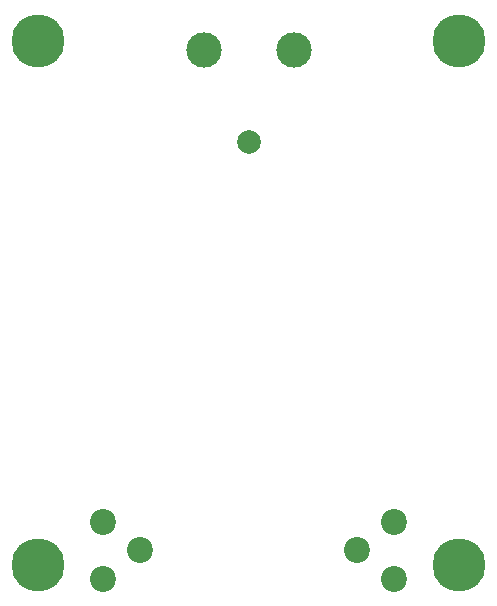
<source format=gbs>
G04*
G04 #@! TF.GenerationSoftware,Altium Limited,Altium Designer,19.1.8 (144)*
G04*
G04 Layer_Color=16711935*
%FSLAX25Y25*%
%MOIN*%
G70*
G01*
G75*
%ADD45C,0.07874*%
%ADD46C,0.11811*%
%ADD47C,0.17717*%
%ADD48C,0.08661*%
D45*
X85039Y155905D02*
D03*
D46*
X70079Y186614D02*
D03*
X100000D02*
D03*
D47*
X155118Y189764D02*
D03*
X14961D02*
D03*
X155118Y14961D02*
D03*
X14961D02*
D03*
D48*
X36516Y10433D02*
D03*
Y29134D02*
D03*
X133563D02*
D03*
X121260Y20079D02*
D03*
X48819D02*
D03*
X133563Y10433D02*
D03*
M02*

</source>
